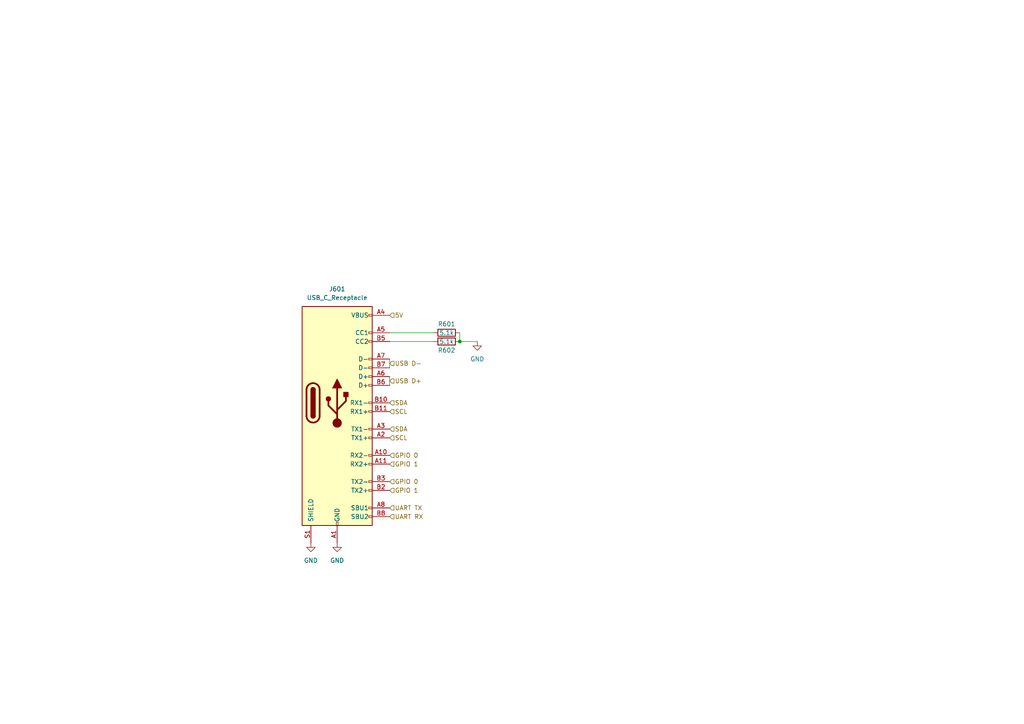
<source format=kicad_sch>
(kicad_sch (version 20211123) (generator eeschema)
  (paper "A4")
  (lib_symbols
    (symbol "Connector:USB_C_Receptacle" (pin_names (offset 1.016))
      (property "Reference" "J" (at -10.16 29.21 0))
      (property "Value" "USB_C_Receptacle" (at 10.16 29.21 0))
      (symbol "USB_C_Receptacle_0_0"
        (rectangle (start -0.254 -35.56) (end 0.254 -34.544))
        (rectangle (start 10.16 -32.766) (end 9.144 -33.274))
        (rectangle (start 10.16 -30.226) (end 9.144 -30.734))
        (rectangle (start 10.16 -25.146) (end 9.144 -25.654))
        (rectangle (start 10.16 -22.606) (end 9.144 -23.114))
        (rectangle (start 10.16 -17.526) (end 9.144 -18.034))
        (rectangle (start 10.16 -14.986) (end 9.144 -15.494))
        (rectangle (start 10.16 -9.906) (end 9.144 -10.414))
        (rectangle (start 10.16 -7.366) (end 9.144 -7.874))
        (rectangle (start 10.16 -2.286) (end 9.144 -2.794))
        (rectangle (start 10.16 0.254) (end 9.144 -0.254))
        (rectangle (start 10.16 5.334) (end 9.144 4.826))
        (rectangle (start 10.16 7.874) (end 9.144 7.366))
        (rectangle (start 10.16 10.414) (end 9.144 9.906))
        (rectangle (start 10.16 12.954) (end 9.144 12.446))
        (rectangle (start 10.16 18.034) (end 9.144 17.526))
        (rectangle (start 10.16 20.574) (end 9.144 20.066))
        (rectangle (start 10.16 25.654) (end 9.144 25.146))
      )
      (symbol "USB_C_Receptacle_0_1"
        (rectangle (start -10.16 27.94) (end 10.16 -35.56) (stroke (width 0.254)) (fill (type background)))
        (arc (start -8.89 -3.81) (mid -6.985 -5.715) (end -5.08 -3.81) (stroke (width 0.508)))
        (arc (start -7.62 -3.81) (mid -6.985 -4.445) (end -6.35 -3.81) (stroke (width 0.254)))
        (arc (start -7.62 -3.81) (mid -6.985 -4.445) (end -6.35 -3.81) (stroke (width 0.254)) (fill (type outline)))
        (rectangle (start -7.62 -3.81) (end -6.35 3.81) (stroke (width 0.254)) (fill (type outline)))
        (arc (start -6.35 3.81) (mid -6.985 4.445) (end -7.62 3.81) (stroke (width 0.254)))
        (arc (start -6.35 3.81) (mid -6.985 4.445) (end -7.62 3.81) (stroke (width 0.254)) (fill (type outline)))
        (arc (start -5.08 3.81) (mid -6.985 5.715) (end -8.89 3.81) (stroke (width 0.508)))
        (polyline (pts (xy -8.89 -3.81) (xy -8.89 3.81)) (stroke (width 0.508)))
        (polyline (pts (xy -5.08 3.81) (xy -5.08 -3.81)) (stroke (width 0.508)))
      )
      (symbol "USB_C_Receptacle_1_1"
        (circle (center -2.54 1.143) (radius 0.635) (stroke (width 0.254)) (fill (type outline)))
        (circle (center 0 -5.842) (radius 1.27) (fill (type outline)))
        (polyline (pts (xy 0 -5.842) (xy 0 4.318)) (stroke (width 0.508)))
        (polyline (pts (xy 0 -3.302) (xy -2.54 -0.762) (xy -2.54 0.508)) (stroke (width 0.508)))
        (polyline (pts (xy 0 -2.032) (xy 2.54 0.508) (xy 2.54 1.778)) (stroke (width 0.508)))
        (polyline (pts (xy -1.27 4.318) (xy 0 6.858) (xy 1.27 4.318) (xy -1.27 4.318)) (stroke (width 0.254)) (fill (type outline)))
        (rectangle (start 1.905 1.778) (end 3.175 3.048) (stroke (width 0.254)) (fill (type outline)))
        (pin passive line (at 0 -40.64 90) (length 5.08) (name "GND") (number "A1"))
        (pin bidirectional line (at 15.24 -15.24 180) (length 5.08) (name "RX2-") (number "A10"))
        (pin bidirectional line (at 15.24 -17.78 180) (length 5.08) (name "RX2+") (number "A11"))
        (pin passive line (at 0 -40.64 90) (length 5.08) hide (name "GND") (number "A12"))
        (pin bidirectional line (at 15.24 -10.16 180) (length 5.08) (name "TX1+") (number "A2"))
        (pin bidirectional line (at 15.24 -7.62 180) (length 5.08) (name "TX1-") (number "A3"))
        (pin passive line (at 15.24 25.4 180) (length 5.08) (name "VBUS") (number "A4"))
        (pin bidirectional line (at 15.24 20.32 180) (length 5.08) (name "CC1") (number "A5"))
        (pin bidirectional line (at 15.24 7.62 180) (length 5.08) (name "D+") (number "A6"))
        (pin bidirectional line (at 15.24 12.7 180) (length 5.08) (name "D-") (number "A7"))
        (pin bidirectional line (at 15.24 -30.48 180) (length 5.08) (name "SBU1") (number "A8"))
        (pin passive line (at 15.24 25.4 180) (length 5.08) hide (name "VBUS") (number "A9"))
        (pin passive line (at 0 -40.64 90) (length 5.08) hide (name "GND") (number "B1"))
        (pin bidirectional line (at 15.24 0 180) (length 5.08) (name "RX1-") (number "B10"))
        (pin bidirectional line (at 15.24 -2.54 180) (length 5.08) (name "RX1+") (number "B11"))
        (pin passive line (at 0 -40.64 90) (length 5.08) hide (name "GND") (number "B12"))
        (pin bidirectional line (at 15.24 -25.4 180) (length 5.08) (name "TX2+") (number "B2"))
        (pin bidirectional line (at 15.24 -22.86 180) (length 5.08) (name "TX2-") (number "B3"))
        (pin passive line (at 15.24 25.4 180) (length 5.08) hide (name "VBUS") (number "B4"))
        (pin bidirectional line (at 15.24 17.78 180) (length 5.08) (name "CC2") (number "B5"))
        (pin bidirectional line (at 15.24 5.08 180) (length 5.08) (name "D+") (number "B6"))
        (pin bidirectional line (at 15.24 10.16 180) (length 5.08) (name "D-") (number "B7"))
        (pin bidirectional line (at 15.24 -33.02 180) (length 5.08) (name "SBU2") (number "B8"))
        (pin passive line (at 15.24 25.4 180) (length 5.08) hide (name "VBUS") (number "B9"))
        (pin passive line (at -7.62 -40.64 90) (length 5.08) (name "SHIELD") (number "S1"))
      )
    )
    (symbol "Device:R" (pin_numbers hide) (pin_names (offset 0))
      (property "Reference" "R" (at 2.032 0 90))
      (property "Value" "R" (at 0 0 90))
      (symbol "R_0_1"
        (rectangle (start -1.016 -2.54) (end 1.016 2.54) (stroke (width 0.254)))
      )
      (symbol "R_1_1"
        (pin passive line (at 0 3.81 270) (length 1.27) (name "~") (number "1"))
        (pin passive line (at 0 -3.81 90) (length 1.27) (name "~") (number "2"))
      )
    )
    (symbol "power:GND" (power) (pin_names (offset 0))
      (property "Value" "GND" (at 0 -3.81 0))
      (symbol "GND_0_1"
        (polyline (pts (xy 0 0) (xy 0 -1.27) (xy 1.27 -1.27) (xy 0 -2.54) (xy -1.27 -1.27) (xy 0 -1.27)))
      )
      (symbol "GND_1_1"
        (pin power_in line (at 0 0 270) (length 0) hide (name "GND") (number "1"))
      )
    )
  )
  (junction (at 133.35 99.06))
  (wire (pts (xy 113.03 104.14) (xy 113.03 106.68)))
  (wire (pts (xy 133.35 99.06) (xy 133.35 96.52)))
  (wire (pts (xy 113.03 109.22) (xy 113.03 111.76)))
  (wire (pts (xy 113.03 99.06) (xy 125.73 99.06)))
  (wire (pts (xy 113.03 96.52) (xy 125.73 96.52)))
  (wire (pts (xy 138.43 99.06) (xy 133.35 99.06)))
  (hierarchical_label "SDA" (shape input) (at 113.03 124.46 0))
  (hierarchical_label "GPIO 1" (shape input) (at 113.03 134.62 0))
  (hierarchical_label "GPIO 0" (shape input) (at 113.03 132.08 0))
  (hierarchical_label "SCL" (shape input) (at 113.03 119.38 0))
  (hierarchical_label "GPIO 1" (shape input) (at 113.03 142.24 0))
  (hierarchical_label "SCL" (shape input) (at 113.03 127 0))
  (hierarchical_label "UART TX" (shape input) (at 113.03 147.32 0))
  (hierarchical_label "SDA" (shape input) (at 113.03 116.84 0))
  (hierarchical_label "5V" (shape input) (at 113.03 91.44 0))
  (hierarchical_label "USB D+" (shape input) (at 113.03 110.49 0))
  (hierarchical_label "UART RX" (shape input) (at 113.03 149.86 0))
  (hierarchical_label "GPIO 0" (shape input) (at 113.03 139.7 0))
  (hierarchical_label "USB D-" (shape input) (at 113.03 105.41 0))
  (symbol (lib_id "power:GND") (at 97.79 157.48 0) (unit 1)
    (property "Reference" "#PWR0136" (effects hide))
    (property "Value" "GND" (at 97.79 162.56 0))
  )
  (symbol (lib_id "power:GND") (at 138.43 99.06 0) (unit 1)
    (property "Reference" "#PWR0138" (effects hide))
    (property "Value" "GND" (at 138.43 104.14 0))
  )
  (symbol (lib_id "Device:R") (at 129.54 99.06 270) (unit 1)
    (property "Reference" "R602" (at 129.54 101.6 90))
    (property "Value" "5.1k" (at 129.54 99.06 90))
    (property "Footprint" "Resistor_SMD:R_0603_1608Metric" (effects hide))
  )
  (symbol (lib_id "Device:R") (at 129.54 96.52 90) (unit 1)
    (property "Reference" "R601" (at 129.54 93.98 90))
    (property "Value" "5.1k" (at 129.54 96.52 90))
    (property "Footprint" "Resistor_SMD:R_0603_1608Metric" (effects hide))
  )
  (symbol (lib_id "power:GND") (at 90.17 157.48 0) (unit 1)
    (property "Reference" "#PWR0137" (effects hide))
    (property "Value" "GND" (at 90.17 162.56 0))
  )
  (symbol (lib_id "Connector:USB_C_Receptacle") (at 97.79 116.84 0) (unit 1)
    (property "Reference" "J601" (at 97.79 83.82 0))
    (property "Value" "USB_C_Receptacle" (at 97.79 86.36 0))
    (property "Footprint" "Connector_USB:USB_C_Receptacle_Amphenol_12401610E4-2A" (effects hide))
    (property "Datasheet" "https://www.usb.org/sites/default/files/documents/usb_type-c.zip" (effects hide))
  )
)
</source>
